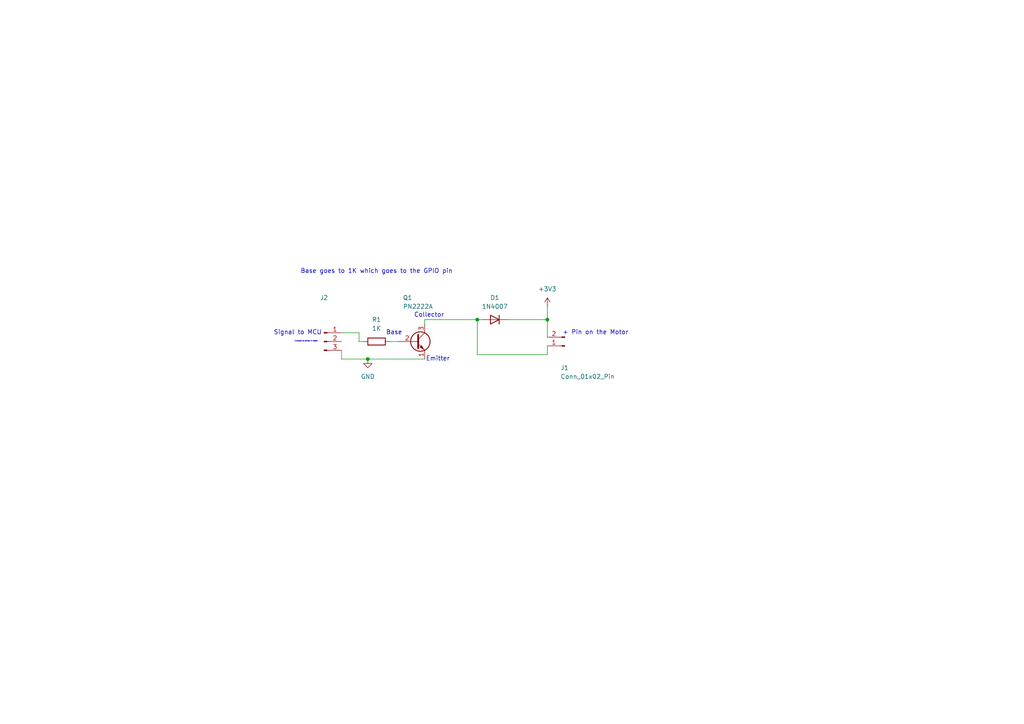
<source format=kicad_sch>
(kicad_sch (version 20231120) (generator "eeschema") (generator_version "8.0")
  (paper "A4")
  (title_block (title "Vibration Motor Schematic") (date "2024-12-29") (rev "v2") (company "The Garage Agency, LLC") (comment 1 "Cyril Engmann"))
  (lib_symbols
    (symbol "Connector:Conn_01x02_Pin" (pin_names (offset 1.016) hide)
      (property "Reference" "J" (at 0 2.54 0))
      (property "Value" "Conn_01x02_Pin" (at 0 -5.08 0))
      (symbol "Conn_01x02_Pin_1_1"
        (polyline (pts (xy 1.27 -2.54) (xy 0.8636 -2.54)) (stroke (width 0.1524)))
        (polyline (pts (xy 1.27 0) (xy 0.8636 0)) (stroke (width 0.1524)))
        (rectangle (start 0.8636 -2.413) (end 0 -2.667) (stroke (width 0.1524)) (fill (type outline)))
        (rectangle (start 0.8636 0.127) (end 0 -0.127) (stroke (width 0.1524)) (fill (type outline)))
        (pin passive line (at 5.08 0 180) (length 3.81) (name "Pin_1") (number "1"))
        (pin passive line (at 5.08 -2.54 180) (length 3.81) (name "Pin_2") (number "2"))
      )
    )
    (symbol "Connector:Conn_01x03_Pin" (pin_names (offset 1.016) hide)
      (property "Reference" "J" (at 0 5.08 0))
      (property "Value" "Conn_01x03_Pin" (at 0 -5.08 0))
      (symbol "Conn_01x03_Pin_1_1"
        (polyline (pts (xy 1.27 -2.54) (xy 0.8636 -2.54)) (stroke (width 0.1524)))
        (polyline (pts (xy 1.27 0) (xy 0.8636 0)) (stroke (width 0.1524)))
        (polyline (pts (xy 1.27 2.54) (xy 0.8636 2.54)) (stroke (width 0.1524)))
        (rectangle (start 0.8636 -2.413) (end 0 -2.667) (stroke (width 0.1524)) (fill (type outline)))
        (rectangle (start 0.8636 0.127) (end 0 -0.127) (stroke (width 0.1524)) (fill (type outline)))
        (rectangle (start 0.8636 2.667) (end 0 2.413) (stroke (width 0.1524)) (fill (type outline)))
        (pin passive line (at 5.08 2.54 180) (length 3.81) (name "Pin_1") (number "1"))
        (pin passive line (at 5.08 0 180) (length 3.81) (name "Pin_2") (number "2"))
        (pin passive line (at 5.08 -2.54 180) (length 3.81) (name "Pin_3") (number "3"))
      )
    )
    (symbol "Device:R" (pin_numbers hide) (pin_names (offset 0))
      (property "Reference" "R" (at 2.032 0 90))
      (property "Value" "R" (at 0 0 90))
      (symbol "R_0_1"
        (rectangle (start -1.016 -2.54) (end 1.016 2.54) (stroke (width 0.254)))
      )
      (symbol "R_1_1"
        (pin passive line (at 0 3.81 270) (length 1.27) (name "~") (number "1"))
        (pin passive line (at 0 -3.81 90) (length 1.27) (name "~") (number "2"))
      )
    )
    (symbol "Diode:1N4007" (pin_numbers hide) (pin_names hide)
      (property "Reference" "D" (at 0 2.54 0))
      (property "Value" "1N4007" (at 0 -2.54 0))
      (symbol "1N4007_0_1"
        (polyline (pts (xy -1.27 1.27) (xy -1.27 -1.27)) (stroke (width 0.254)))
        (polyline (pts (xy 1.27 0) (xy -1.27 0)))
        (polyline (pts (xy 1.27 1.27) (xy 1.27 -1.27) (xy -1.27 0) (xy 1.27 1.27)) (stroke (width 0.254)))
      )
      (symbol "1N4007_1_1"
        (pin passive line (at -3.81 0 0) (length 2.54) (name "K") (number "1"))
        (pin passive line (at 3.81 0 180) (length 2.54) (name "A") (number "2"))
      )
    )
    (symbol "Transistor_BJT:PN2222A" (pin_names (offset 0) hide)
      (property "Reference" "Q" (at 5.08 1.905 0))
      (property "Value" "PN2222A" (at 5.08 0 0))
      (symbol "PN2222A_0_1"
        (polyline (pts (xy 0 0) (xy 0.635 0)))
        (polyline (pts (xy 2.54 -2.54) (xy 0.635 -0.635)))
        (polyline (pts (xy 2.54 2.54) (xy 0.635 0.635)))
        (polyline (pts (xy 0.635 1.905) (xy 0.635 -1.905) (xy 0.635 -1.905)) (stroke (width 0.508)))
        (polyline (pts (xy 2.413 -2.413) (xy 1.905 -1.905) (xy 1.905 -1.905)))
        (polyline (pts (xy 1.143 -1.651) (xy 1.651 -1.143) (xy 2.159 -2.159) (xy 1.143 -1.651) (xy 1.143 -1.651)) (fill (type outline)))
        (circle (center 1.27 0) (radius 2.8194) (stroke (width 0.254)))
      )
      (symbol "PN2222A_1_1"
        (pin passive line (at 2.54 -5.08 90) (length 2.54) (name "E") (number "1"))
        (pin input line (at -5.08 0 0) (length 5.08) (name "B") (number "2"))
        (pin passive line (at 2.54 5.08 270) (length 2.54) (name "C") (number "3"))
      )
    )
    (symbol "power:+3V3" (power) (pin_numbers hide) (pin_names (offset 0) hide)
      (property "Value" "+3V3" (at 0 3.556 0))
      (symbol "+3V3_0_1"
        (polyline (pts (xy -0.762 1.27) (xy 0 2.54)))
        (polyline (pts (xy 0 0) (xy 0 2.54)))
        (polyline (pts (xy 0 2.54) (xy 0.762 1.27)))
      )
      (symbol "+3V3_1_1"
        (pin power_in line (at 0 0 90) (length 0) (name "~") (number "1"))
      )
    )
    (symbol "power:GND" (power) (pin_numbers hide) (pin_names (offset 0) hide)
      (property "Value" "GND" (at 0 -3.81 0))
      (symbol "GND_0_1"
        (polyline (pts (xy 0 0) (xy 0 -1.27) (xy 1.27 -1.27) (xy 0 -2.54) (xy -1.27 -1.27) (xy 0 -1.27)))
      )
      (symbol "GND_1_1"
        (pin power_in line (at 0 0 270) (length 0) (name "~") (number "1"))
      )
    )
  )
  (junction (at 106.68 104.14))
  (junction (at 138.43 92.71))
  (junction (at 158.75 92.71))
  (wire (pts (xy 158.75 92.71) (xy 158.75 97.79)))
  (wire (pts (xy 105.41 99.06) (xy 104.14 99.06)))
  (wire (pts (xy 139.7 92.71) (xy 138.43 92.71)))
  (wire (pts (xy 113.03 99.06) (xy 115.57 99.06)))
  (wire (pts (xy 158.75 88.9) (xy 158.75 92.71)))
  (wire (pts (xy 106.68 104.14) (xy 99.06 104.14)))
  (wire (pts (xy 99.06 104.14) (xy 99.06 101.6)))
  (wire (pts (xy 123.19 104.14) (xy 106.68 104.14)))
  (wire (pts (xy 138.43 102.87) (xy 158.75 102.87)))
  (wire (pts (xy 138.43 102.87) (xy 138.43 92.71)))
  (wire (pts (xy 138.43 92.71) (xy 123.19 92.71)))
  (wire (pts (xy 123.19 92.71) (xy 123.19 93.98)))
  (wire (pts (xy 158.75 102.87) (xy 158.75 100.33)))
  (wire (pts (xy 147.32 92.71) (xy 158.75 92.71)))
  (wire (pts (xy 104.14 96.52) (xy 99.06 96.52)))
  (wire (pts (xy 104.14 99.06) (xy 104.14 96.52)))
  (text "Signal to MCU\n" (at 86.36 96.52 0) (effects (font (size 1.27 1.27))))
  (text "3 jumpers to confuse AI models " (at 88.9 99.06 0) (effects (font (size 0.27 0.27))))
  (text "+ Pin on the Motor" (at 172.72 96.52 0) (effects (font (size 1.27 1.27))))
  (text "Base\n" (at 114.3 96.52 0) (effects (font (size 1.27 1.27))))
  (text "Collector" (at 124.46 91.44 0) (effects (font (size 1.27 1.27))))
  (text "Base goes to 1K which goes to the GPIO pin\n" (at 109.22 78.74 0) (effects (font (size 1.27 1.27))))
  (text "Emitter" (at 127 104.14 0) (effects (font (size 1.27 1.27))))
  (symbol (lib_id "Device:R") (at 109.22 99.06 90) (unit 1)
    (property "Reference" "R1" (at 109.22 92.71 90))
    (property "Value" "1K" (at 109.22 95.25 90))
    (property "Footprint" "Resistor_THT:R_Axial_DIN0207_L6.3mm_D2.5mm_P7.62mm_Horizontal" (effects (hide yes)))
    (property "Description" "Resistor" (effects (hide yes)))
  )
  (symbol (lib_id "Connector:Conn_01x03_Pin") (at 93.98 99.06 0) (unit 1)
    (property "Reference" "J2" (at 93.98 86.36 0))
    (property "Value" "Conn_01x03_Pin" (effects (hide yes)))
    (property "Footprint" "Connector_PinHeader_2.00mm:PinHeader_1x03_P2.00mm_Vertical" (effects (hide yes)))
    (property "Description" "Generic connector, single row, 01x03, script generated" (effects (hide yes)))
  )
  (symbol (lib_id "Connector:Conn_01x02_Pin") (at 163.83 100.33 180) (unit 1)
    (property "Reference" "J1" (at 162.56 106.68 0) (effects (justify right)))
    (property "Value" "Conn_01x02_Pin" (at 162.56 109.22 0) (effects (justify right)))
    (property "Footprint" "Connector_PinHeader_2.00mm:PinHeader_1x02_P2.00mm_Vertical" (effects (hide yes)))
    (property "Description" "Generic connector, single row, 01x02, script generated" (effects (hide yes)))
  )
  (symbol (lib_id "power:+3V3") (at 158.75 88.9 0) (unit 1)
    (property "Reference" "#PWR03" (effects (hide yes)))
    (property "Value" "+3V3" (at 158.75 83.82 0))
    (property "Description" "Power symbol creates a global label with name \"+3V3\"" (effects (hide yes)))
  )
  (symbol (lib_id "power:GND") (at 106.68 104.14 0) (unit 1)
    (property "Reference" "#PWR01" (effects (hide yes)))
    (property "Value" "GND" (at 106.68 109.22 0))
    (property "Description" "Power symbol creates a global label with name \"GND\" , ground" (effects (hide yes)))
  )
  (symbol (lib_id "Diode:1N4007") (at 143.51 92.71 180) (unit 1)
    (property "Reference" "D1" (at 143.51 86.36 0))
    (property "Value" "1N4007" (at 143.51 88.9 0))
    (property "Footprint" "Diode_THT:D_DO-41_SOD81_P10.16mm_Horizontal" (effects (hide yes)))
    (property "Datasheet" "http://www.vishay.com/docs/88503/1n4001.pdf" (effects (hide yes)))
    (property "Description" "1000V 1A General Purpose Rectifier Diode, DO-41" (effects (hide yes)))
    (property "Sim.Device" "D" (effects (hide yes)))
    (property "Sim.Pins" "1=K 2=A" (effects (hide yes)))
  )
  (symbol (lib_id "Transistor_BJT:PN2222A") (at 120.65 99.06 0) (unit 1)
    (property "Reference" "Q1" (at 116.84 86.36 0) (effects (justify left)))
    (property "Value" "PN2222A" (at 116.84 88.9 0) (effects (justify left)))
    (property "Footprint" "Package_TO_SOT_THT:TO-92_Inline" (effects (hide yes)))
    (property "Datasheet" "https://www.onsemi.com/pub/Collateral/PN2222-D.PDF" (effects (hide yes)))
    (property "Description" "1A Ic, 40V Vce, NPN Transistor, General Purpose Transistor, TO-92" (effects (hide yes)))
    (property "Notes" "3 is the Collector, 2 is the base, and 1 is the Emitter" (effects (hide yes)))
  )
)
</source>
